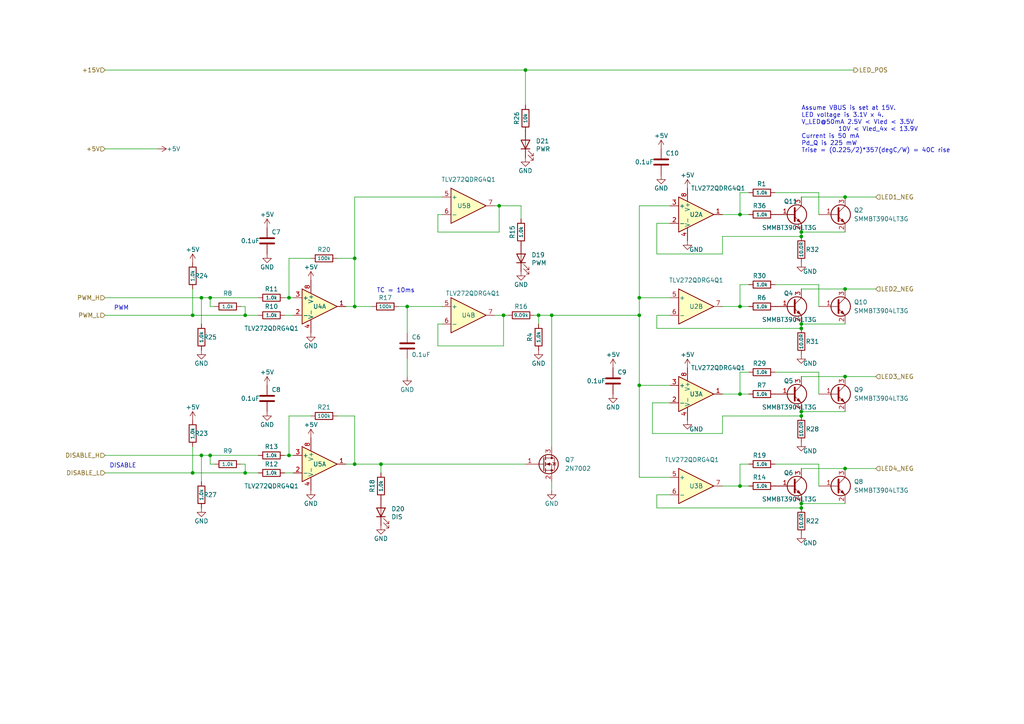
<source format=kicad_sch>
(kicad_sch (version 20211123) (generator eeschema)
  (paper "A4")
  (title_block (title "LED RING DRIVER") (date "2022-01-15") (rev "1.3") (company "SPARTAN 971"))
  (lib_symbols
    (symbol "Amplifier_Operational:LM358" (pin_names (offset 0.127))
      (property "Reference" "U" (at 0 5.08 0))
      (property "Value" "LM358" (at 0 -5.08 0))
      (symbol "LM358_1_1"
        (polyline (pts (xy -5.08 5.08) (xy 5.08 0) (xy -5.08 -5.08) (xy -5.08 5.08)) (stroke (width 0.254)) (fill (type background)))
        (pin output line (at 7.62 0 180) (length 2.54) (name "~") (number "1"))
        (pin input line (at -7.62 -2.54 0) (length 2.54) (name "-") (number "2"))
        (pin input line (at -7.62 2.54 0) (length 2.54) (name "+") (number "3"))
      )
      (symbol "LM358_2_1"
        (polyline (pts (xy -5.08 5.08) (xy 5.08 0) (xy -5.08 -5.08) (xy -5.08 5.08)) (stroke (width 0.254)) (fill (type background)))
        (pin input line (at -7.62 2.54 0) (length 2.54) (name "+") (number "5"))
        (pin input line (at -7.62 -2.54 0) (length 2.54) (name "-") (number "6"))
        (pin output line (at 7.62 0 180) (length 2.54) (name "~") (number "7"))
      )
      (symbol "LM358_3_1"
        (pin power_in line (at -2.54 -7.62 90) (length 3.81) (name "V-") (number "4"))
        (pin power_in line (at -2.54 7.62 270) (length 3.81) (name "V+") (number "8"))
      )
    )
    (symbol "Device:C" (pin_numbers hide) (pin_names (offset 0.254))
      (property "Reference" "C" (at 0.635 2.54 0))
      (property "Value" "C" (at 0.635 -2.54 0))
      (symbol "C_0_1"
        (polyline (pts (xy -2.032 -0.762) (xy 2.032 -0.762)) (stroke (width 0.508)))
        (polyline (pts (xy -2.032 0.762) (xy 2.032 0.762)) (stroke (width 0.508)))
      )
      (symbol "C_1_1"
        (pin passive line (at 0 3.81 270) (length 2.794) (name "~") (number "1"))
        (pin passive line (at 0 -3.81 90) (length 2.794) (name "~") (number "2"))
      )
    )
    (symbol "Device:LED" (pin_numbers hide) (pin_names (offset 1.016) hide)
      (property "Reference" "D" (at 0 2.54 0))
      (property "Value" "LED" (at 0 -2.54 0))
      (symbol "LED_0_1"
        (polyline (pts (xy -1.27 -1.27) (xy -1.27 1.27)) (stroke (width 0.254)))
        (polyline (pts (xy -1.27 0) (xy 1.27 0)))
        (polyline (pts (xy 1.27 -1.27) (xy 1.27 1.27) (xy -1.27 0) (xy 1.27 -1.27)) (stroke (width 0.254)))
        (polyline (pts (xy -3.048 -0.762) (xy -4.572 -2.286) (xy -3.81 -2.286) (xy -4.572 -2.286) (xy -4.572 -1.524)))
        (polyline (pts (xy -1.778 -0.762) (xy -3.302 -2.286) (xy -2.54 -2.286) (xy -3.302 -2.286) (xy -3.302 -1.524)))
      )
      (symbol "LED_1_1"
        (pin passive line (at -3.81 0 0) (length 2.54) (name "K") (number "1"))
        (pin passive line (at 3.81 0 180) (length 2.54) (name "A") (number "2"))
      )
    )
    (symbol "Device:Q_NMOS_GSD" (pin_names (offset 0) hide)
      (property "Reference" "Q" (at 5.08 1.27 0))
      (property "Value" "Q_NMOS_GSD" (at 5.08 -1.27 0))
      (symbol "Q_NMOS_GSD_0_1"
        (polyline (pts (xy 0.254 0) (xy -2.54 0)))
        (polyline (pts (xy 0.254 1.905) (xy 0.254 -1.905)) (stroke (width 0.254)))
        (polyline (pts (xy 0.762 -1.27) (xy 0.762 -2.286)) (stroke (width 0.254)))
        (polyline (pts (xy 0.762 0.508) (xy 0.762 -0.508)) (stroke (width 0.254)))
        (polyline (pts (xy 0.762 2.286) (xy 0.762 1.27)) (stroke (width 0.254)))
        (polyline (pts (xy 2.54 2.54) (xy 2.54 1.778)))
        (polyline (pts (xy 2.54 -2.54) (xy 2.54 0) (xy 0.762 0)))
        (polyline (pts (xy 0.762 -1.778) (xy 3.302 -1.778) (xy 3.302 1.778) (xy 0.762 1.778)))
        (polyline (pts (xy 1.016 0) (xy 2.032 0.381) (xy 2.032 -0.381) (xy 1.016 0)) (fill (type outline)))
        (polyline (pts (xy 2.794 0.508) (xy 2.921 0.381) (xy 3.683 0.381) (xy 3.81 0.254)))
        (polyline (pts (xy 3.302 0.381) (xy 2.921 -0.254) (xy 3.683 -0.254) (xy 3.302 0.381)))
        (circle (center 1.651 0) (radius 2.794) (stroke (width 0.254)))
        (circle (center 2.54 -1.778) (radius 0.254) (fill (type outline)))
        (circle (center 2.54 1.778) (radius 0.254) (fill (type outline)))
      )
      (symbol "Q_NMOS_GSD_1_1"
        (pin input line (at -5.08 0 0) (length 2.54) (name "G") (number "1"))
        (pin passive line (at 2.54 -5.08 90) (length 2.54) (name "S") (number "2"))
        (pin passive line (at 2.54 5.08 270) (length 2.54) (name "D") (number "3"))
      )
    )
    (symbol "Device:Q_NPN_BEC" (pin_names (offset 0) hide)
      (property "Reference" "Q" (at 5.08 1.27 0))
      (property "Value" "Q_NPN_BEC" (at 5.08 -1.27 0))
      (symbol "Q_NPN_BEC_0_1"
        (polyline (pts (xy 0.635 0.635) (xy 2.54 2.54)))
        (polyline (pts (xy 0.635 -0.635) (xy 2.54 -2.54) (xy 2.54 -2.54)))
        (polyline (pts (xy 0.635 1.905) (xy 0.635 -1.905) (xy 0.635 -1.905)) (stroke (width 0.508)))
        (polyline (pts (xy 1.27 -1.778) (xy 1.778 -1.27) (xy 2.286 -2.286) (xy 1.27 -1.778) (xy 1.27 -1.778)) (fill (type outline)))
        (circle (center 1.27 0) (radius 2.8194) (stroke (width 0.254)))
      )
      (symbol "Q_NPN_BEC_1_1"
        (pin input line (at -5.08 0 0) (length 5.715) (name "B") (number "1"))
        (pin passive line (at 2.54 -5.08 90) (length 2.54) (name "E") (number "2"))
        (pin passive line (at 2.54 5.08 270) (length 2.54) (name "C") (number "3"))
      )
    )
    (symbol "Device:R" (pin_numbers hide) (pin_names (offset 0))
      (property "Reference" "R" (at 2.032 0 90))
      (property "Value" "R" (at 0 0 90))
      (symbol "R_0_1"
        (rectangle (start -1.016 -2.54) (end 1.016 2.54) (stroke (width 0.254)))
      )
      (symbol "R_1_1"
        (pin passive line (at 0 3.81 270) (length 1.27) (name "~") (number "1"))
        (pin passive line (at 0 -3.81 90) (length 1.27) (name "~") (number "2"))
      )
    )
    (symbol "power:+5V" (power) (pin_names (offset 0))
      (property "Value" "+5V" (at 0 3.556 0))
      (symbol "+5V_0_1"
        (polyline (pts (xy -0.762 1.27) (xy 0 2.54)))
        (polyline (pts (xy 0 0) (xy 0 2.54)))
        (polyline (pts (xy 0 2.54) (xy 0.762 1.27)))
      )
      (symbol "+5V_1_1"
        (pin power_in line (at 0 0 90) (length 0) hide (name "+5V") (number "1"))
      )
    )
    (symbol "power:GND" (power) (pin_names (offset 0))
      (property "Value" "GND" (at 0 -3.81 0))
      (symbol "GND_0_1"
        (polyline (pts (xy 0 0) (xy 0 -1.27) (xy 1.27 -1.27) (xy 0 -2.54) (xy -1.27 -1.27) (xy 0 -1.27)))
      )
      (symbol "GND_1_1"
        (pin power_in line (at 0 0 270) (length 0) hide (name "GND") (number "1"))
      )
    )
  )
  (junction (at 245.11 109.22))
  (junction (at 156.21 91.44))
  (junction (at 55.88 91.44))
  (junction (at 214.63 114.3))
  (junction (at 232.41 147.32))
  (junction (at 245.11 57.15))
  (junction (at 110.49 134.62))
  (junction (at 232.41 120.65))
  (junction (at 83.82 86.36))
  (junction (at 102.87 74.93))
  (junction (at 232.41 93.98))
  (junction (at 144.78 59.69))
  (junction (at 185.42 111.76))
  (junction (at 102.87 88.9))
  (junction (at 214.63 88.9))
  (junction (at 71.12 91.44))
  (junction (at 185.42 86.36))
  (junction (at 160.02 91.44))
  (junction (at 232.41 146.05))
  (junction (at 55.88 137.16))
  (junction (at 232.41 95.25))
  (junction (at 71.12 137.16))
  (junction (at 214.63 62.23))
  (junction (at 185.42 91.44))
  (junction (at 102.87 134.62))
  (junction (at 232.41 68.58))
  (junction (at 152.4 20.32))
  (junction (at 83.82 132.08))
  (junction (at 58.42 132.08))
  (junction (at 232.41 67.31))
  (junction (at 232.41 119.38))
  (junction (at 118.11 88.9))
  (junction (at 245.11 135.89))
  (junction (at 58.42 86.36))
  (junction (at 146.05 91.44))
  (junction (at 214.63 140.97))
  (junction (at 245.11 83.82))
  (junction (at 60.96 132.08))
  (junction (at 60.96 86.36))
  (wire (pts (xy 118.11 88.9) (xy 118.11 96.52)))
  (wire (pts (xy 71.12 134.62) (xy 71.12 137.16)))
  (wire (pts (xy 232.41 119.38) (xy 245.11 119.38)))
  (wire (pts (xy 224.79 82.55) (xy 237.49 82.55)))
  (wire (pts (xy 55.88 137.16) (xy 71.12 137.16)))
  (wire (pts (xy 209.55 73.66) (xy 190.5 73.66)))
  (wire (pts (xy 232.41 93.98) (xy 232.41 95.25)))
  (wire (pts (xy 190.5 143.51) (xy 190.5 147.32)))
  (wire (pts (xy 146.05 91.44) (xy 143.51 91.44)))
  (wire (pts (xy 190.5 73.66) (xy 190.5 64.77)))
  (wire (pts (xy 245.11 135.89) (xy 254 135.89)))
  (wire (pts (xy 127 93.98) (xy 127 100.33)))
  (wire (pts (xy 185.42 59.69) (xy 194.31 59.69)))
  (wire (pts (xy 55.88 91.44) (xy 71.12 91.44)))
  (wire (pts (xy 127 62.23) (xy 127 67.31)))
  (wire (pts (xy 209.55 140.97) (xy 214.63 140.97)))
  (wire (pts (xy 237.49 62.23) (xy 237.49 55.88)))
  (wire (pts (xy 143.51 59.69) (xy 144.78 59.69)))
  (wire (pts (xy 127 67.31) (xy 144.78 67.31)))
  (wire (pts (xy 214.63 88.9) (xy 217.17 88.9)))
  (wire (pts (xy 82.55 86.36) (xy 83.82 86.36)))
  (wire (pts (xy 60.96 86.36) (xy 60.96 88.9)))
  (wire (pts (xy 232.41 67.31) (xy 245.11 67.31)))
  (wire (pts (xy 60.96 86.36) (xy 74.93 86.36)))
  (wire (pts (xy 127 93.98) (xy 128.27 93.98)))
  (wire (pts (xy 217.17 134.62) (xy 214.63 134.62)))
  (wire (pts (xy 160.02 91.44) (xy 160.02 129.54)))
  (wire (pts (xy 214.63 134.62) (xy 214.63 140.97)))
  (wire (pts (xy 102.87 57.15) (xy 102.87 74.93)))
  (wire (pts (xy 128.27 88.9) (xy 118.11 88.9)))
  (wire (pts (xy 128.27 62.23) (xy 127 62.23)))
  (wire (pts (xy 156.21 91.44) (xy 156.21 93.98)))
  (wire (pts (xy 245.11 57.15) (xy 254 57.15)))
  (wire (pts (xy 194.31 143.51) (xy 190.5 143.51)))
  (wire (pts (xy 58.42 86.36) (xy 58.42 93.98)))
  (wire (pts (xy 69.85 134.62) (xy 71.12 134.62)))
  (wire (pts (xy 209.55 62.23) (xy 214.63 62.23)))
  (wire (pts (xy 144.78 59.69) (xy 144.78 67.31)))
  (wire (pts (xy 237.49 114.3) (xy 237.49 107.95)))
  (wire (pts (xy 245.11 109.22) (xy 254 109.22)))
  (wire (pts (xy 71.12 91.44) (xy 71.12 88.9)))
  (wire (pts (xy 209.55 88.9) (xy 214.63 88.9)))
  (wire (pts (xy 237.49 88.9) (xy 237.49 82.55)))
  (wire (pts (xy 217.17 55.88) (xy 214.63 55.88)))
  (wire (pts (xy 30.48 20.32) (xy 152.4 20.32)))
  (wire (pts (xy 62.23 88.9) (xy 60.96 88.9)))
  (wire (pts (xy 209.55 68.58) (xy 209.55 73.66)))
  (wire (pts (xy 30.48 43.18) (xy 45.72 43.18)))
  (wire (pts (xy 83.82 132.08) (xy 85.09 132.08)))
  (wire (pts (xy 245.11 83.82) (xy 254 83.82)))
  (wire (pts (xy 30.48 137.16) (xy 55.88 137.16)))
  (wire (pts (xy 90.17 74.93) (xy 83.82 74.93)))
  (wire (pts (xy 146.05 91.44) (xy 147.32 91.44)))
  (wire (pts (xy 55.88 83.82) (xy 55.88 91.44)))
  (wire (pts (xy 189.23 125.73) (xy 189.23 116.84)))
  (wire (pts (xy 97.79 120.65) (xy 102.87 120.65)))
  (wire (pts (xy 232.41 135.89) (xy 245.11 135.89)))
  (wire (pts (xy 82.55 91.44) (xy 85.09 91.44)))
  (wire (pts (xy 160.02 139.7) (xy 160.02 142.24)))
  (wire (pts (xy 189.23 116.84) (xy 194.31 116.84)))
  (wire (pts (xy 90.17 120.65) (xy 83.82 120.65)))
  (wire (pts (xy 144.78 59.69) (xy 151.13 59.69)))
  (wire (pts (xy 152.4 20.32) (xy 247.65 20.32)))
  (wire (pts (xy 224.79 55.88) (xy 237.49 55.88)))
  (wire (pts (xy 190.5 147.32) (xy 232.41 147.32)))
  (wire (pts (xy 224.79 107.95) (xy 237.49 107.95)))
  (wire (pts (xy 209.55 120.65) (xy 232.41 120.65)))
  (wire (pts (xy 214.63 107.95) (xy 214.63 114.3)))
  (wire (pts (xy 232.41 57.15) (xy 245.11 57.15)))
  (wire (pts (xy 232.41 67.31) (xy 232.41 68.58)))
  (wire (pts (xy 190.5 64.77) (xy 194.31 64.77)))
  (wire (pts (xy 110.49 134.62) (xy 110.49 137.16)))
  (wire (pts (xy 97.79 74.93) (xy 102.87 74.93)))
  (wire (pts (xy 83.82 120.65) (xy 83.82 132.08)))
  (wire (pts (xy 209.55 114.3) (xy 214.63 114.3)))
  (wire (pts (xy 214.63 82.55) (xy 214.63 88.9)))
  (wire (pts (xy 194.31 91.44) (xy 190.5 91.44)))
  (wire (pts (xy 69.85 88.9) (xy 71.12 88.9)))
  (wire (pts (xy 232.41 146.05) (xy 232.41 147.32)))
  (wire (pts (xy 62.23 134.62) (xy 60.96 134.62)))
  (wire (pts (xy 58.42 86.36) (xy 60.96 86.36)))
  (wire (pts (xy 214.63 62.23) (xy 217.17 62.23)))
  (wire (pts (xy 100.33 88.9) (xy 102.87 88.9)))
  (wire (pts (xy 60.96 132.08) (xy 74.93 132.08)))
  (wire (pts (xy 71.12 91.44) (xy 74.93 91.44)))
  (wire (pts (xy 185.42 111.76) (xy 194.31 111.76)))
  (wire (pts (xy 127 100.33) (xy 146.05 100.33)))
  (wire (pts (xy 190.5 95.25) (xy 232.41 95.25)))
  (wire (pts (xy 60.96 132.08) (xy 60.96 134.62)))
  (wire (pts (xy 232.41 146.05) (xy 245.11 146.05)))
  (wire (pts (xy 237.49 140.97) (xy 237.49 134.62)))
  (wire (pts (xy 30.48 91.44) (xy 55.88 91.44)))
  (wire (pts (xy 214.63 114.3) (xy 217.17 114.3)))
  (wire (pts (xy 58.42 139.7) (xy 58.42 132.08)))
  (wire (pts (xy 190.5 91.44) (xy 190.5 95.25)))
  (wire (pts (xy 146.05 91.44) (xy 146.05 100.33)))
  (wire (pts (xy 128.27 57.15) (xy 102.87 57.15)))
  (wire (pts (xy 217.17 82.55) (xy 214.63 82.55)))
  (wire (pts (xy 214.63 55.88) (xy 214.63 62.23)))
  (wire (pts (xy 232.41 68.58) (xy 209.55 68.58)))
  (wire (pts (xy 55.88 129.54) (xy 55.88 137.16)))
  (wire (pts (xy 214.63 140.97) (xy 217.17 140.97)))
  (wire (pts (xy 160.02 91.44) (xy 185.42 91.44)))
  (wire (pts (xy 224.79 134.62) (xy 237.49 134.62)))
  (wire (pts (xy 156.21 91.44) (xy 160.02 91.44)))
  (wire (pts (xy 209.55 125.73) (xy 209.55 120.65)))
  (wire (pts (xy 82.55 132.08) (xy 83.82 132.08)))
  (wire (pts (xy 83.82 74.93) (xy 83.82 86.36)))
  (wire (pts (xy 185.42 111.76) (xy 185.42 138.43)))
  (wire (pts (xy 102.87 88.9) (xy 107.95 88.9)))
  (wire (pts (xy 102.87 134.62) (xy 110.49 134.62)))
  (wire (pts (xy 189.23 125.73) (xy 209.55 125.73)))
  (wire (pts (xy 30.48 86.36) (xy 58.42 86.36)))
  (wire (pts (xy 102.87 120.65) (xy 102.87 134.62)))
  (wire (pts (xy 232.41 83.82) (xy 245.11 83.82)))
  (wire (pts (xy 100.33 134.62) (xy 102.87 134.62)))
  (wire (pts (xy 185.42 138.43) (xy 194.31 138.43)))
  (wire (pts (xy 185.42 91.44) (xy 185.42 111.76)))
  (wire (pts (xy 232.41 109.22) (xy 245.11 109.22)))
  (wire (pts (xy 185.42 59.69) (xy 185.42 86.36)))
  (wire (pts (xy 71.12 137.16) (xy 74.93 137.16)))
  (wire (pts (xy 102.87 74.93) (xy 102.87 88.9)))
  (wire (pts (xy 154.94 91.44) (xy 156.21 91.44)))
  (wire (pts (xy 232.41 93.98) (xy 245.11 93.98)))
  (wire (pts (xy 151.13 63.5) (xy 151.13 59.69)))
  (wire (pts (xy 30.48 132.08) (xy 58.42 132.08)))
  (wire (pts (xy 82.55 137.16) (xy 85.09 137.16)))
  (wire (pts (xy 185.42 86.36) (xy 185.42 91.44)))
  (wire (pts (xy 58.42 132.08) (xy 60.96 132.08)))
  (wire (pts (xy 83.82 86.36) (xy 85.09 86.36)))
  (wire (pts (xy 115.57 88.9) (xy 118.11 88.9)))
  (wire (pts (xy 118.11 104.14) (xy 118.11 109.22)))
  (wire (pts (xy 217.17 107.95) (xy 214.63 107.95)))
  (wire (pts (xy 232.41 119.38) (xy 232.41 120.65)))
  (wire (pts (xy 152.4 20.32) (xy 152.4 30.48)))
  (wire (pts (xy 185.42 86.36) (xy 194.31 86.36)))
  (wire (pts (xy 110.49 134.62) (xy 152.4 134.62)))
  (text "DISABLE" (at 31.75 135.89 0) (effects (font (size 1.27 1.27)) (justify left bottom)))
  (text "TC = 10ms" (at 109.22 85.09 0) (effects (font (size 1.27 1.27)) (justify left bottom)))
  (text "PWM" (at 33.02 90.17 0) (effects (font (size 1.27 1.27)) (justify left bottom)))
  (text "Assume VBUS is set at 15V. \nLED voltage is 3.1V x 4.\nV_LED@50mA 2.5V < Vled < 3.5V\n           10V < Vled_4x < 13.9V\nCurrent is 50 mA\nPd_Q is 225 mW\nTrise = (0.225/2)*357(degC/W) = 40C rise" (at 232.41 44.45 0) (effects (font (size 1.27 1.27)) (justify left bottom)))
  (hierarchical_label "DISABLE_L" (shape input) (at 30.48 137.16 180))
  (hierarchical_label "PWM_L" (shape input) (at 30.48 91.44 180))
  (hierarchical_label "PWM_H" (shape input) (at 30.48 86.36 180))
  (hierarchical_label "DISABLE_H" (shape input) (at 30.48 132.08 180))
  (hierarchical_label "LED2_NEG" (shape input) (at 254 83.82 0))
  (hierarchical_label "LED4_NEG" (shape input) (at 254 135.89 0))
  (hierarchical_label "LED1_NEG" (shape input) (at 254 57.15 0))
  (hierarchical_label "LED3_NEG" (shape input) (at 254 109.22 0))
  (hierarchical_label "+15V" (shape input) (at 30.48 20.32 180))
  (hierarchical_label "LED_POS" (shape output) (at 247.65 20.32 0))
  (hierarchical_label "+5V" (shape input) (at 30.48 43.18 180))
  (symbol (lib_id "power:+5V") (at 199.39 106.68 0) (unit 1)
    (property "Reference" "#PWR0108" (effects hide))
    (property "Value" "+5V" (at 199.39 102.87 0))
  )
  (symbol (lib_id "Device:Q_NPN_BEC") (at 229.87 114.3 0) (unit 1)
    (property "Reference" "Q5" (at 227.33 110.49 0) (effects (justify left)))
    (property "Value" "SMMBT3904LT3G" (at 220.98 118.11 0) (effects (justify left)))
    (property "Footprint" "Package_TO_SOT_SMD:SOT-23" (effects hide))
    (property "Datasheet" "https://www.onsemi.com/pdf/datasheet/mmbt3904lt1-d.pdf" (effects hide))
    (property "MFG" "onsemi" (effects hide))
    (property "P/N" "SMMBT3904LT3G" (effects hide))
  )
  (symbol (lib_id "Amplifier_Operational:LM358") (at 135.89 59.69 0) (unit 2)
    (property "Reference" "U5" (at 134.62 59.69 0))
    (property "Value" "TLV272QDRG4Q1" (at 135.89 52.07 0))
    (property "Footprint" "Package_SO:SO-8_3.9x4.9mm_P1.27mm" (effects hide))
    (property "Datasheet" "https://www.ti.com/lit/ds/symlink/tlv272-q1.pdf?HQS=dis-dk-null-digikeymode-dsf-pf-null-wwe&ts=1642359927314&ref_url=https%253A%252F%252Fwww.ti.com%252Fgeneral%252Fdocs%252Fsuppproductinfo.tsp%253FdistId%253D10%2526gotoUrl%253Dhttps%253A%252F%252Fwww.ti.com%252Flit%252Fgpn%252Ftlv272-q1" (effects hide))
    (property "P/N" "TLV272QDRG4Q1" (effects hide))
    (property "MFG" "Texas Instruments" (effects hide))
  )
  (symbol (lib_id "Amplifier_Operational:LM358") (at 92.71 88.9 0) (unit 1)
    (property "Reference" "U4" (at 92.71 88.9 0))
    (property "Value" "TLV272QDRG4Q1" (at 78.74 95.25 0))
    (property "Footprint" "Package_SO:SO-8_3.9x4.9mm_P1.27mm" (effects hide))
    (property "Datasheet" "https://www.ti.com/lit/ds/symlink/tlv272-q1.pdf?HQS=dis-dk-null-digikeymode-dsf-pf-null-wwe&ts=1642359927314&ref_url=https%253A%252F%252Fwww.ti.com%252Fgeneral%252Fdocs%252Fsuppproductinfo.tsp%253FdistId%253D10%2526gotoUrl%253Dhttps%253A%252F%252Fwww.ti.com%252Flit%252Fgpn%252Ftlv272-q1" (effects hide))
    (property "P/N" "TLV272QDRG4Q1" (effects hide))
    (property "MFG" "Texas Instruments" (effects hide))
  )
  (symbol (lib_id "Amplifier_Operational:LM358") (at 92.71 134.62 0) (unit 3)
    (property "Reference" "U5" (effects hide))
    (property "Value" "TLV272QDRG4Q1" (effects hide))
    (property "Footprint" "Package_SO:SO-8_3.9x4.9mm_P1.27mm" (effects hide))
    (property "Datasheet" "https://www.ti.com/lit/ds/symlink/tlv272-q1.pdf?HQS=dis-dk-null-digikeymode-dsf-pf-null-wwe&ts=1642359927314&ref_url=https%253A%252F%252Fwww.ti.com%252Fgeneral%252Fdocs%252Fsuppproductinfo.tsp%253FdistId%253D10%2526gotoUrl%253Dhttps%253A%252F%252Fwww.ti.com%252Flit%252Fgpn%252Ftlv272-q1" (effects hide))
    (property "P/N" "TLV272QDRG4Q1" (effects hide))
    (property "MFG" "Texas Instruments" (effects hide))
  )
  (symbol (lib_id "Amplifier_Operational:LM358") (at 135.89 91.44 0) (unit 2)
    (property "Reference" "U4" (at 135.89 91.44 0))
    (property "Value" "TLV272QDRG4Q1" (at 137.16 85.09 0))
    (property "Footprint" "Package_SO:SO-8_3.9x4.9mm_P1.27mm" (effects hide))
    (property "Datasheet" "https://www.ti.com/lit/ds/symlink/tlv272-q1.pdf?HQS=dis-dk-null-digikeymode-dsf-pf-null-wwe&ts=1642359927314&ref_url=https%253A%252F%252Fwww.ti.com%252Fgeneral%252Fdocs%252Fsuppproductinfo.tsp%253FdistId%253D10%2526gotoUrl%253Dhttps%253A%252F%252Fwww.ti.com%252Flit%252Fgpn%252Ftlv272-q1" (effects hide))
    (property "P/N" "TLV272QDRG4Q1" (effects hide))
    (property "MFG" "Texas Instruments" (effects hide))
  )
  (symbol (lib_id "Amplifier_Operational:LM358") (at 201.93 62.23 0) (unit 3)
    (property "Reference" "U2" (effects hide))
    (property "Value" "TLV272QDRG4Q1" (effects hide))
    (property "Footprint" "Package_SO:SO-8_3.9x4.9mm_P1.27mm" (effects hide))
    (property "Datasheet" "https://www.ti.com/lit/ds/symlink/tlv272-q1.pdf?HQS=dis-dk-null-digikeymode-dsf-pf-null-wwe&ts=1642359927314&ref_url=https%253A%252F%252Fwww.ti.com%252Fgeneral%252Fdocs%252Fsuppproductinfo.tsp%253FdistId%253D10%2526gotoUrl%253Dhttps%253A%252F%252Fwww.ti.com%252Flit%252Fgpn%252Ftlv272-q1" (effects hide))
    (property "P/N" "TLV272QDRG4Q1" (effects hide))
    (property "MFG" "Texas Instruments" (effects hide))
  )
  (symbol (lib_id "Device:C") (at 118.11 100.33 0) (unit 1)
    (property "Reference" "C6" (at 119.38 97.79 0) (effects (justify left)))
    (property "Value" "0.1uF" (at 119.38 102.87 0) (effects (justify left)))
    (property "Footprint" "Capacitor_SMD:C_0805_2012Metric" (effects hide))
    (property "MFG" "TDK" (effects hide))
    (property "P/N" "C2012X7R2A104K125AA" (effects hide))
  )
  (symbol (lib_id "Device:R") (at 58.42 97.79 0) (unit 1)
    (property "Reference" "R25" (at 60.96 97.79 0))
    (property "Value" "1.0k" (at 58.42 97.79 90) (effects (font (size 1 1))))
    (property "Footprint" "Resistor_SMD:R_0805_2012Metric" (effects hide))
    (property "MFG" "Stackpole Electronics Inc" (effects hide))
    (property "P/N" "RMCF0805FT1K00" (effects hide))
  )
  (symbol (lib_id "power:+5V") (at 90.17 81.28 0) (unit 1)
    (property "Reference" "#PWR0103" (effects hide))
    (property "Value" "+5V" (at 90.17 77.47 0))
  )
  (symbol (lib_id "power:+5V") (at 177.8 106.68 0) (unit 1)
    (property "Reference" "#PWR0109" (effects hide))
    (property "Value" "+5V" (at 177.8 102.87 0))
  )
  (symbol (lib_id "Device:R") (at 66.04 88.9 90) (unit 1)
    (property "Reference" "R8" (at 66.04 85.09 90))
    (property "Value" "1.0k" (at 66.04 88.9 90) (effects (font (size 1 1))))
    (property "Footprint" "Resistor_SMD:R_0805_2012Metric" (effects hide))
    (property "MFG" "Stackpole Electronics Inc" (effects hide))
    (property "P/N" "RMCF0805FT1K00" (effects hide))
  )
  (symbol (lib_id "Amplifier_Operational:LM358") (at 92.71 88.9 0) (unit 3)
    (property "Reference" "U4" (effects hide))
    (property "Value" "TLV272QDRG4Q1" (effects hide))
    (property "Footprint" "Package_SO:SO-8_3.9x4.9mm_P1.27mm" (effects hide))
    (property "Datasheet" "https://www.ti.com/lit/ds/symlink/tlv272-q1.pdf?HQS=dis-dk-null-digikeymode-dsf-pf-null-wwe&ts=1642359927314&ref_url=https%253A%252F%252Fwww.ti.com%252Fgeneral%252Fdocs%252Fsuppproductinfo.tsp%253FdistId%253D10%2526gotoUrl%253Dhttps%253A%252F%252Fwww.ti.com%252Flit%252Fgpn%252Ftlv272-q1" (effects hide))
    (property "P/N" "TLV272QDRG4Q1" (effects hide))
    (property "MFG" "Texas Instruments" (effects hide))
  )
  (symbol (lib_id "Device:Q_NPN_BEC") (at 229.87 88.9 0) (unit 1)
    (property "Reference" "Q4" (at 227.33 85.09 0) (effects (justify left)))
    (property "Value" "SMMBT3904LT3G" (at 220.98 92.71 0) (effects (justify left)))
    (property "Footprint" "Package_TO_SOT_SMD:SOT-23" (effects hide))
    (property "Datasheet" "https://www.onsemi.com/pdf/datasheet/mmbt3904lt1-d.pdf" (effects hide))
    (property "MFG" "onsemi" (effects hide))
    (property "P/N" "SMMBT3904LT3G" (effects hide))
  )
  (symbol (lib_id "power:GND") (at 232.41 128.27 0) (unit 1)
    (property "Reference" "#PWR046" (effects hide))
    (property "Value" "GND" (at 234.95 130.81 0))
  )
  (symbol (lib_id "power:GND") (at 232.41 76.2 0) (unit 1)
    (property "Reference" "#PWR044" (effects hide))
    (property "Value" "GND" (at 234.95 78.74 0))
  )
  (symbol (lib_id "power:+5V") (at 191.77 43.18 0) (unit 1)
    (property "Reference" "#PWR0110" (effects hide))
    (property "Value" "+5V" (at 191.77 39.37 0))
  )
  (symbol (lib_id "Device:Q_NMOS_GSD") (at 157.48 134.62 0) (unit 1)
    (property "Reference" "Q7" (at 163.83 133.3499 0) (effects (justify left)))
    (property "Value" "2N7002" (at 163.83 135.8899 0) (effects (justify left)))
    (property "Footprint" "Package_TO_SOT_SMD:SOT-23" (effects hide))
    (property "Datasheet" "https://ww1.microchip.com/downloads/en/DeviceDoc/2N7002-N-Channel-Enhancement-Mode-Vertical-DMOS-FET-Data-Sheet-20005797A.pdf" (effects hide))
    (property "MFG" "Microchip" (effects hide))
    (property "P/N" "2N7002-G" (effects hide))
  )
  (symbol (lib_id "Device:Q_NPN_BEC") (at 242.57 140.97 0) (unit 1)
    (property "Reference" "Q8" (at 247.65 139.6999 0) (effects (justify left)))
    (property "Value" "SMMBT3904LT3G" (at 247.65 142.2399 0) (effects (justify left)))
    (property "Footprint" "Package_TO_SOT_SMD:SOT-23" (effects hide))
    (property "Datasheet" "https://www.onsemi.com/pdf/datasheet/mmbt3904lt1-d.pdf" (effects hide))
    (property "MFG" "onsemi" (effects hide))
    (property "P/N" "SMMBT3904LT3G" (effects hide))
  )
  (symbol (lib_id "Device:R") (at 66.04 134.62 90) (unit 1)
    (property "Reference" "R9" (at 66.04 130.81 90))
    (property "Value" "1.0k" (at 66.04 134.62 90) (effects (font (size 1 1))))
    (property "Footprint" "Resistor_SMD:R_0805_2012Metric" (effects hide))
    (property "MFG" "Stackpole Electronics Inc" (effects hide))
    (property "P/N" "RMCF0805FT1K00" (effects hide))
  )
  (symbol (lib_id "Device:C") (at 177.8 110.49 0) (unit 1)
    (property "Reference" "C9" (at 179.07 107.95 0) (effects (justify left)))
    (property "Value" "0.1uF" (at 170.18 110.49 0) (effects (justify left)))
    (property "Footprint" "Capacitor_SMD:C_0805_2012Metric" (effects hide))
    (property "MFG" "TDK" (effects hide))
    (property "P/N" "C2012X7R2A104K125AA" (effects hide))
  )
  (symbol (lib_id "Device:R") (at 78.74 86.36 90) (unit 1)
    (property "Reference" "R11" (at 78.74 83.82 90))
    (property "Value" "1.0k" (at 78.74 86.36 90) (effects (font (size 1 1))))
    (property "Footprint" "Resistor_SMD:R_0805_2012Metric" (effects hide))
    (property "MFG" "Stackpole Electronics Inc" (effects hide))
    (property "P/N" "RMCF0805FT1K00" (effects hide))
  )
  (symbol (lib_id "Device:LED") (at 110.49 148.59 90) (unit 1)
    (property "Reference" "D20" (at 113.4872 147.5994 90) (effects (justify right)))
    (property "Value" "DIS" (at 113.4872 149.9108 90) (effects (justify right)))
    (property "Footprint" "LED_SMD:LED_1206_3216Metric" (effects hide))
    (property "P/N" "150120RS75000" (effects hide))
    (property "MFG" "Wurth Elektronik" (effects hide))
  )
  (symbol (lib_id "power:GND") (at 160.02 142.24 0) (unit 1)
    (property "Reference" "#PWR035" (effects hide))
    (property "Value" "GND" (at 160.02 146.05 0))
  )
  (symbol (lib_id "power:+5V") (at 77.47 111.76 0) (unit 1)
    (property "Reference" "#PWR0101" (effects hide))
    (property "Value" "+5V" (at 77.47 107.95 0))
  )
  (symbol (lib_id "power:GND") (at 58.42 147.32 0) (unit 1)
    (property "Reference" "#PWR020" (effects hide))
    (property "Value" "GND" (at 58.42 151.13 0))
  )
  (symbol (lib_id "Device:R") (at 55.88 80.01 0) (unit 1)
    (property "Reference" "R24" (at 58.42 80.01 0))
    (property "Value" "1.0k" (at 55.88 80.01 90) (effects (font (size 1 1))))
    (property "Footprint" "Resistor_SMD:R_0805_2012Metric" (effects hide))
    (property "MFG" "Stackpole Electronics Inc" (effects hide))
    (property "P/N" "RMCF0805FT1K00" (effects hide))
  )
  (symbol (lib_id "power:GND") (at 58.42 101.6 0) (unit 1)
    (property "Reference" "#PWR019" (effects hide))
    (property "Value" "GND" (at 58.42 105.41 0))
  )
  (symbol (lib_id "Device:R") (at 151.13 91.44 90) (unit 1)
    (property "Reference" "R16" (at 151.13 88.9 90))
    (property "Value" "9.09k" (at 151.13 91.44 90) (effects (font (size 1 1))))
    (property "Footprint" "Resistor_SMD:R_0805_2012Metric" (effects hide))
    (property "MFG" "Stackpole Electronics Inc" (effects hide))
    (property "P/N" "RMCF0805FG9K09" (effects hide))
  )
  (symbol (lib_id "Amplifier_Operational:LM358") (at 92.71 134.62 0) (unit 1)
    (property "Reference" "U5" (at 92.71 134.62 0))
    (property "Value" "TLV272QDRG4Q1" (at 78.74 140.97 0))
    (property "Footprint" "Package_SO:SO-8_3.9x4.9mm_P1.27mm" (effects hide))
    (property "Datasheet" "https://www.ti.com/lit/ds/symlink/tlv272-q1.pdf?HQS=dis-dk-null-digikeymode-dsf-pf-null-wwe&ts=1642359927314&ref_url=https%253A%252F%252Fwww.ti.com%252Fgeneral%252Fdocs%252Fsuppproductinfo.tsp%253FdistId%253D10%2526gotoUrl%253Dhttps%253A%252F%252Fwww.ti.com%252Flit%252Fgpn%252Ftlv272-q1" (effects hide))
    (property "P/N" "TLV272QDRG4Q1" (effects hide))
    (property "MFG" "Texas Instruments" (effects hide))
  )
  (symbol (lib_id "Device:R") (at 220.98 114.3 90) (unit 1)
    (property "Reference" "R7" (at 222.25 111.76 90) (effects (justify left)))
    (property "Value" "1.0k" (at 220.98 114.3 90) (effects (font (size 1 1))))
    (property "Footprint" "Resistor_SMD:R_0805_2012Metric" (effects hide))
    (property "MFG" "Stackpole Electronics" (effects hide))
    (property "P/N" "RMCF0805FT1K00" (effects hide))
  )
  (symbol (lib_id "Amplifier_Operational:LM358") (at 201.93 62.23 0) (unit 1)
    (property "Reference" "U2" (at 201.93 62.23 0))
    (property "Value" "TLV272QDRG4Q1" (at 208.28 54.61 0))
    (property "Footprint" "Package_SO:SO-8_3.9x4.9mm_P1.27mm" (effects hide))
    (property "Datasheet" "https://www.ti.com/lit/ds/symlink/tlv272-q1.pdf?HQS=dis-dk-null-digikeymode-dsf-pf-null-wwe&ts=1642359927314&ref_url=https%253A%252F%252Fwww.ti.com%252Fgeneral%252Fdocs%252Fsuppproductinfo.tsp%253FdistId%253D10%2526gotoUrl%253Dhttps%253A%252F%252Fwww.ti.com%252Flit%252Fgpn%252Ftlv272-q1" (effects hide))
    (property "P/N" "TLV272QDRG4Q1" (effects hide))
    (property "MFG" "Texas Instruments" (effects hide))
  )
  (symbol (lib_id "Device:R") (at 78.74 137.16 90) (unit 1)
    (property "Reference" "R12" (at 78.74 134.62 90))
    (property "Value" "1.0k" (at 78.74 137.16 90) (effects (font (size 1 1))))
    (property "Footprint" "Resistor_SMD:R_0805_2012Metric" (effects hide))
    (property "MFG" "Stackpole Electronics Inc" (effects hide))
    (property "P/N" "RMCF0805FT1K00" (effects hide))
  )
  (symbol (lib_id "Device:R") (at 220.98 55.88 90) (unit 1)
    (property "Reference" "R1" (at 222.25 53.34 90) (effects (justify left)))
    (property "Value" "1.0k" (at 220.98 55.88 90) (effects (font (size 1 1))))
    (property "Footprint" "Resistor_SMD:R_0805_2012Metric" (effects hide))
    (property "MFG" "Stackpole Electronics" (effects hide))
    (property "P/N" "RMCF0805FT1K00" (effects hide))
  )
  (symbol (lib_id "Device:R") (at 110.49 140.97 180) (unit 1)
    (property "Reference" "R18" (at 107.95 140.97 90))
    (property "Value" "1.0k" (at 110.49 140.97 90) (effects (font (size 1 1))))
    (property "Footprint" "Resistor_SMD:R_0805_2012Metric" (effects hide))
    (property "MFG" "Stackpole Electronics Inc" (effects hide))
    (property "P/N" "RMCF0805FT1K00" (effects hide))
  )
  (symbol (lib_id "Device:R") (at 220.98 82.55 90) (unit 1)
    (property "Reference" "R30" (at 222.25 80.01 90) (effects (justify left)))
    (property "Value" "1.0k" (at 220.98 82.55 90) (effects (font (size 1 1))))
    (property "Footprint" "Resistor_SMD:R_0805_2012Metric" (effects hide))
    (property "MFG" "Stackpole Electronics" (effects hide))
    (property "P/N" "RMCF0805FT1K00" (effects hide))
  )
  (symbol (lib_id "Device:R") (at 220.98 140.97 90) (unit 1)
    (property "Reference" "R14" (at 222.25 138.43 90) (effects (justify left)))
    (property "Value" "1.0k" (at 220.98 140.97 90) (effects (font (size 1 1))))
    (property "Footprint" "Resistor_SMD:R_0805_2012Metric" (effects hide))
    (property "MFG" "Stackpole Electronics" (effects hide))
    (property "P/N" "RMCF0805FT1K00" (effects hide))
  )
  (symbol (lib_id "power:GND") (at 232.41 102.87 0) (unit 1)
    (property "Reference" "#PWR045" (effects hide))
    (property "Value" "GND" (at 234.95 105.41 0))
  )
  (symbol (lib_id "power:GND") (at 199.39 69.85 0) (unit 1)
    (property "Reference" "#PWR041" (effects hide))
    (property "Value" "GND" (at 201.93 72.39 0))
  )
  (symbol (lib_id "Device:R") (at 93.98 74.93 90) (unit 1)
    (property "Reference" "R20" (at 93.98 72.39 90))
    (property "Value" "100k" (at 93.98 74.93 90) (effects (font (size 1 1))))
    (property "Footprint" "Resistor_SMD:R_0805_2012Metric" (effects hide))
    (property "MFG" "Stackpole Electronics Inc" (effects hide))
    (property "P/N" "RMCF0805FG100K" (effects hide))
  )
  (symbol (lib_id "Device:Q_NPN_BEC") (at 242.57 88.9 0) (unit 1)
    (property "Reference" "Q10" (at 247.65 87.6299 0) (effects (justify left)))
    (property "Value" "SMMBT3904LT3G" (at 247.65 90.1699 0) (effects (justify left)))
    (property "Footprint" "Package_TO_SOT_SMD:SOT-23" (effects hide))
    (property "Datasheet" "https://www.onsemi.com/pdf/datasheet/mmbt3904lt1-d.pdf" (effects hide))
    (property "MFG" "onsemi" (effects hide))
    (property "P/N" "SMMBT3904LT3G" (effects hide))
  )
  (symbol (lib_id "Amplifier_Operational:LM358") (at 201.93 114.3 0) (unit 1)
    (property "Reference" "U3" (at 201.93 114.3 0))
    (property "Value" "TLV272QDRG4Q1" (at 208.28 106.68 0))
    (property "Footprint" "Package_SO:SO-8_3.9x4.9mm_P1.27mm" (effects hide))
    (property "Datasheet" "https://www.ti.com/lit/ds/symlink/tlv272-q1.pdf?HQS=dis-dk-null-digikeymode-dsf-pf-null-wwe&ts=1642359927314&ref_url=https%253A%252F%252Fwww.ti.com%252Fgeneral%252Fdocs%252Fsuppproductinfo.tsp%253FdistId%253D10%2526gotoUrl%253Dhttps%253A%252F%252Fwww.ti.com%252Flit%252Fgpn%252Ftlv272-q1" (effects hide))
    (property "P/N" "TLV272QDRG4Q1" (effects hide))
    (property "MFG" "Texas Instruments" (effects hide))
  )
  (symbol (lib_id "power:GND") (at 151.13 78.74 0) (unit 1)
    (property "Reference" "#PWR030" (effects hide))
    (property "Value" "GND" (at 151.13 82.55 0))
  )
  (symbol (lib_id "power:+5V") (at 55.88 121.92 0) (unit 1)
    (property "Reference" "#PWR0102" (effects hide))
    (property "Value" "+5V" (at 55.88 118.11 0))
  )
  (symbol (lib_id "power:GND") (at 152.4 45.72 0) (unit 1)
    (property "Reference" "#PWR033" (effects hide))
    (property "Value" "GND" (at 152.4 49.53 0))
  )
  (symbol (lib_id "power:+5V") (at 45.72 43.18 270) (unit 1)
    (property "Reference" "#PWR0105" (effects hide))
    (property "Value" "+5V" (at 48.26 43.18 90) (effects (justify left)))
  )
  (symbol (lib_id "Device:LED") (at 152.4 41.91 90) (unit 1)
    (property "Reference" "D21" (at 155.3972 40.9194 90) (effects (justify right)))
    (property "Value" "PWR" (at 155.3972 43.2308 90) (effects (justify right)))
    (property "Footprint" "LED_SMD:LED_1206_3216Metric" (effects hide))
    (property "P/N" "150120RS75000" (effects hide))
    (property "MFG" "Wurth Elektronik" (effects hide))
  )
  (symbol (lib_id "Device:R") (at 58.42 143.51 0) (unit 1)
    (property "Reference" "R27" (at 60.96 143.51 0))
    (property "Value" "1.0k" (at 58.42 143.51 90) (effects (font (size 1 1))))
    (property "Footprint" "Resistor_SMD:R_0805_2012Metric" (effects hide))
    (property "MFG" "Stackpole Electronics Inc" (effects hide))
    (property "P/N" "RMCF0805FT1K00" (effects hide))
  )
  (symbol (lib_id "Device:R") (at 232.41 151.13 0) (unit 1)
    (property "Reference" "R22" (at 233.68 151.13 0) (effects (justify left)))
    (property "Value" "10.0R" (at 232.41 151.13 90) (effects (font (size 1 1))))
    (property "Footprint" "Resistor_SMD:R_0805_2012Metric" (effects hide))
    (property "MFG" "Stackpole Electronics Inc" (effects hide))
    (property "P/N" "RNCP0805FTD10R0" (effects hide))
  )
  (symbol (lib_id "Device:Q_NPN_BEC") (at 229.87 140.97 0) (unit 1)
    (property "Reference" "Q6" (at 227.33 137.16 0) (effects (justify left)))
    (property "Value" "SMMBT3904LT3G" (at 220.98 144.78 0) (effects (justify left)))
    (property "Footprint" "Package_TO_SOT_SMD:SOT-23" (effects hide))
    (property "Datasheet" "https://www.onsemi.com/pdf/datasheet/mmbt3904lt1-d.pdf" (effects hide))
    (property "MFG" "onsemi" (effects hide))
    (property "P/N" "SMMBT3904LT3G" (effects hide))
  )
  (symbol (lib_id "power:+5V") (at 199.39 54.61 0) (unit 1)
    (property "Reference" "#PWR0111" (effects hide))
    (property "Value" "+5V" (at 199.39 50.8 0))
  )
  (symbol (lib_id "Device:C") (at 77.47 69.85 0) (unit 1)
    (property "Reference" "C7" (at 78.74 67.31 0) (effects (justify left)))
    (property "Value" "0.1uF" (at 69.85 69.85 0) (effects (justify left)))
    (property "Footprint" "Capacitor_SMD:C_0805_2012Metric" (effects hide))
    (property "MFG" "TDK" (effects hide))
    (property "P/N" "C2012X7R2A104K125AA" (effects hide))
  )
  (symbol (lib_id "Device:R") (at 156.21 97.79 180) (unit 1)
    (property "Reference" "R4" (at 153.67 97.79 90))
    (property "Value" "1.0k" (at 156.21 97.79 90) (effects (font (size 1 1))))
    (property "Footprint" "Resistor_SMD:R_0805_2012Metric" (effects hide))
    (property "MFG" "Stackpole Electronics Inc" (effects hide))
    (property "P/N" "RMCF0805FT1K00" (effects hide))
  )
  (symbol (lib_id "Device:Q_NPN_BEC") (at 242.57 62.23 0) (unit 1)
    (property "Reference" "Q2" (at 247.65 60.9599 0) (effects (justify left)))
    (property "Value" "SMMBT3904LT3G" (at 247.65 63.4999 0) (effects (justify left)))
    (property "Footprint" "Package_TO_SOT_SMD:SOT-23" (effects hide))
    (property "Datasheet" "https://www.onsemi.com/pdf/datasheet/mmbt3904lt1-d.pdf" (effects hide))
    (property "MFG" "onsemi" (effects hide))
    (property "P/N" "SMMBT3904LT3G" (effects hide))
  )
  (symbol (lib_id "power:GND") (at 90.17 96.52 0) (unit 1)
    (property "Reference" "#PWR027" (effects hide))
    (property "Value" "GND" (at 90.17 100.33 0))
  )
  (symbol (lib_id "power:GND") (at 177.8 114.3 0) (unit 1)
    (property "Reference" "#PWR037" (effects hide))
    (property "Value" "GND" (at 177.8 118.11 0))
  )
  (symbol (lib_id "Device:R") (at 232.41 72.39 0) (unit 1)
    (property "Reference" "R32" (at 233.68 72.39 0) (effects (justify left)))
    (property "Value" "10.0R" (at 232.41 72.39 90) (effects (font (size 1 1))))
    (property "Footprint" "Resistor_SMD:R_0805_2012Metric" (effects hide))
    (property "MFG" "Stackpole Electronics Inc" (effects hide))
    (property "P/N" "RNCP0805FTD10R0" (effects hide))
  )
  (symbol (lib_id "Device:R") (at 220.98 62.23 90) (unit 1)
    (property "Reference" "R36" (at 222.25 59.69 90) (effects (justify left)))
    (property "Value" "1.0k" (at 220.98 62.23 90) (effects (font (size 1 1))))
    (property "Footprint" "Resistor_SMD:R_0805_2012Metric" (effects hide))
    (property "MFG" "Stackpole Electronics" (effects hide))
    (property "P/N" "RMCF0805FT1K00" (effects hide))
  )
  (symbol (lib_id "Device:R") (at 78.74 132.08 90) (unit 1)
    (property "Reference" "R13" (at 78.74 129.54 90))
    (property "Value" "1.0k" (at 78.74 132.08 90) (effects (font (size 1 1))))
    (property "Footprint" "Resistor_SMD:R_0805_2012Metric" (effects hide))
    (property "MFG" "Stackpole Electronics Inc" (effects hide))
    (property "P/N" "RMCF0805FT1K00" (effects hide))
  )
  (symbol (lib_id "Device:Q_NPN_BEC") (at 242.57 114.3 0) (unit 1)
    (property "Reference" "Q9" (at 247.65 113.0299 0) (effects (justify left)))
    (property "Value" "SMMBT3904LT3G" (at 247.65 115.5699 0) (effects (justify left)))
    (property "Footprint" "Package_TO_SOT_SMD:SOT-23" (effects hide))
    (property "Datasheet" "https://www.onsemi.com/pdf/datasheet/mmbt3904lt1-d.pdf" (effects hide))
    (property "MFG" "onsemi" (effects hide))
    (property "P/N" "SMMBT3904LT3G" (effects hide))
  )
  (symbol (lib_id "power:GND") (at 199.39 121.92 0) (unit 1)
    (property "Reference" "#PWR043" (effects hide))
    (property "Value" "GND" (at 201.93 124.46 0))
  )
  (symbol (lib_id "Device:R") (at 151.13 67.31 180) (unit 1)
    (property "Reference" "R15" (at 148.59 67.31 90))
    (property "Value" "1.0k" (at 151.13 67.31 90) (effects (font (size 1 1))))
    (property "Footprint" "Resistor_SMD:R_0805_2012Metric" (effects hide))
    (property "MFG" "Stackpole Electronics Inc" (effects hide))
    (property "P/N" "RMCF0805FT1K00" (effects hide))
  )
  (symbol (lib_id "power:+5V") (at 90.17 127 0) (unit 1)
    (property "Reference" "#PWR0107" (effects hide))
    (property "Value" "+5V" (at 90.17 123.19 0))
  )
  (symbol (lib_id "Amplifier_Operational:LM358") (at 201.93 88.9 0) (unit 2)
    (property "Reference" "U2" (at 201.93 88.9 0))
    (property "Value" "TLV272QDRG4Q1" (at 201.93 81.28 0))
    (property "Footprint" "Package_SO:SO-8_3.9x4.9mm_P1.27mm" (effects hide))
    (property "Datasheet" "https://www.ti.com/lit/ds/symlink/tlv272-q1.pdf?HQS=dis-dk-null-digikeymode-dsf-pf-null-wwe&ts=1642359927314&ref_url=https%253A%252F%252Fwww.ti.com%252Fgeneral%252Fdocs%252Fsuppproductinfo.tsp%253FdistId%253D10%2526gotoUrl%253Dhttps%253A%252F%252Fwww.ti.com%252Flit%252Fgpn%252Ftlv272-q1" (effects hide))
    (property "P/N" "TLV272QDRG4Q1" (effects hide))
    (property "MFG" "Texas Instruments" (effects hide))
  )
  (symbol (lib_id "power:GND") (at 232.41 154.94 0) (unit 1)
    (property "Reference" "#PWR047" (effects hide))
    (property "Value" "GND" (at 234.95 157.48 0))
  )
  (symbol (lib_id "Device:C") (at 77.47 115.57 0) (unit 1)
    (property "Reference" "C8" (at 78.74 113.03 0) (effects (justify left)))
    (property "Value" "0.1uF" (at 69.85 115.57 0) (effects (justify left)))
    (property "Footprint" "Capacitor_SMD:C_0805_2012Metric" (effects hide))
    (property "MFG" "TDK" (effects hide))
    (property "P/N" "C2012X7R2A104K125AA" (effects hide))
  )
  (symbol (lib_id "Device:R") (at 93.98 120.65 90) (unit 1)
    (property "Reference" "R21" (at 93.98 118.11 90))
    (property "Value" "100k" (at 93.98 120.65 90) (effects (font (size 1 1))))
    (property "Footprint" "Resistor_SMD:R_0805_2012Metric" (effects hide))
    (property "MFG" "Stackpole Electronics Inc" (effects hide))
    (property "P/N" "RMCF0805FG100K" (effects hide))
  )
  (symbol (lib_id "Device:Q_NPN_BEC") (at 229.87 62.23 0) (unit 1)
    (property "Reference" "Q11" (at 227.33 58.42 0) (effects (justify left)))
    (property "Value" "SMMBT3904LT3G" (at 220.98 66.04 0) (effects (justify left)))
    (property "Footprint" "Package_TO_SOT_SMD:SOT-23" (effects hide))
    (property "Datasheet" "https://www.onsemi.com/pdf/datasheet/mmbt3904lt1-d.pdf" (effects hide))
    (property "MFG" "onsemi" (effects hide))
    (property "P/N" "SMMBT3904LT3G" (effects hide))
  )
  (symbol (lib_id "Device:R") (at 220.98 88.9 90) (unit 1)
    (property "Reference" "R6" (at 222.25 86.36 90) (effects (justify left)))
    (property "Value" "1.0k" (at 220.98 88.9 90) (effects (font (size 1 1))))
    (property "Footprint" "Resistor_SMD:R_0805_2012Metric" (effects hide))
    (property "MFG" "Stackpole Electronics" (effects hide))
    (property "P/N" "RMCF0805FT1K00" (effects hide))
  )
  (symbol (lib_id "power:GND") (at 90.17 142.24 0) (unit 1)
    (property "Reference" "#PWR029" (effects hide))
    (property "Value" "GND" (at 90.17 146.05 0))
  )
  (symbol (lib_id "Device:R") (at 55.88 125.73 0) (unit 1)
    (property "Reference" "R23" (at 58.42 125.73 0))
    (property "Value" "1.0k" (at 55.88 125.73 90) (effects (font (size 1 1))))
    (property "Footprint" "Resistor_SMD:R_0805_2012Metric" (effects hide))
    (property "MFG" "Stackpole Electronics Inc" (effects hide))
    (property "P/N" "RMCF0805FT1K00" (effects hide))
  )
  (symbol (lib_id "Device:C") (at 191.77 46.99 0) (unit 1)
    (property "Reference" "C10" (at 193.04 44.45 0) (effects (justify left)))
    (property "Value" "0.1uF" (at 184.15 46.99 0) (effects (justify left)))
    (property "Footprint" "Capacitor_SMD:C_0805_2012Metric" (effects hide))
    (property "MFG" "TDK" (effects hide))
    (property "P/N" "C2012X7R2A104K125AA" (effects hide))
  )
  (symbol (lib_id "power:GND") (at 110.49 152.4 0) (unit 1)
    (property "Reference" "#PWR031" (effects hide))
    (property "Value" "GND" (at 110.49 156.21 0))
  )
  (symbol (lib_id "power:+5V") (at 55.88 76.2 0) (unit 1)
    (property "Reference" "#PWR0104" (effects hide))
    (property "Value" "+5V" (at 55.88 72.39 0))
  )
  (symbol (lib_id "Amplifier_Operational:LM358") (at 201.93 114.3 0) (unit 3)
    (property "Reference" "U3" (effects hide))
    (property "Value" "TLV272QDRG4Q1" (effects hide))
    (property "Footprint" "Package_SO:SO-8_3.9x4.9mm_P1.27mm" (effects hide))
    (property "Datasheet" "https://www.ti.com/lit/ds/symlink/tlv272-q1.pdf?HQS=dis-dk-null-digikeymode-dsf-pf-null-wwe&ts=1642359927314&ref_url=https%253A%252F%252Fwww.ti.com%252Fgeneral%252Fdocs%252Fsuppproductinfo.tsp%253FdistId%253D10%2526gotoUrl%253Dhttps%253A%252F%252Fwww.ti.com%252Flit%252Fgpn%252Ftlv272-q1" (effects hide))
    (property "P/N" "TLV272QDRG4Q1" (effects hide))
    (property "MFG" "Texas Instruments" (effects hide))
  )
  (symbol (lib_id "Device:R") (at 111.76 88.9 90) (unit 1)
    (property "Reference" "R17" (at 111.76 86.36 90))
    (property "Value" "100k" (at 111.76 88.9 90) (effects (font (size 1 1))))
    (property "Footprint" "Resistor_SMD:R_0805_2012Metric" (effects hide))
    (property "MFG" "Stackpole Electronics Inc" (effects hide))
    (property "P/N" "RMCF0805FG100K" (effects hide))
  )
  (symbol (lib_id "power:GND") (at 118.11 109.22 0) (unit 1)
    (property "Reference" "#PWR032" (effects hide))
    (property "Value" "GND" (at 118.11 113.03 0))
  )
  (symbol (lib_id "power:GND") (at 77.47 73.66 0) (unit 1)
    (property "Reference" "#PWR023" (effects hide))
    (property "Value" "GND" (at 77.47 77.47 0))
  )
  (symbol (lib_id "Device:LED") (at 151.13 74.93 90) (unit 1)
    (property "Reference" "D19" (at 154.1272 73.9394 90) (effects (justify right)))
    (property "Value" "PWM" (at 154.1272 76.2508 90) (effects (justify right)))
    (property "Footprint" "LED_SMD:LED_1206_3216Metric" (effects hide))
    (property "P/N" "150120RS75000" (effects hide))
    (property "MFG" "Wurth Elektronik" (effects hide))
  )
  (symbol (lib_id "Device:R") (at 232.41 124.46 0) (unit 1)
    (property "Reference" "R28" (at 233.68 124.46 0) (effects (justify left)))
    (property "Value" "10.0R" (at 232.41 124.46 90) (effects (font (size 1 1))))
    (property "Footprint" "Resistor_SMD:R_0805_2012Metric" (effects hide))
    (property "MFG" "Stackpole Electronics Inc" (effects hide))
    (property "P/N" "RNCP0805FTD10R0" (effects hide))
  )
  (symbol (lib_id "Device:R") (at 78.74 91.44 90) (unit 1)
    (property "Reference" "R10" (at 78.74 88.9 90))
    (property "Value" "1.0k" (at 78.74 91.44 90) (effects (font (size 1 1))))
    (property "Footprint" "Resistor_SMD:R_0805_2012Metric" (effects hide))
    (property "MFG" "Stackpole Electronics Inc" (effects hide))
    (property "P/N" "RMCF0805FT1K00" (effects hide))
  )
  (symbol (lib_id "Device:R") (at 232.41 99.06 0) (unit 1)
    (property "Reference" "R31" (at 233.68 99.06 0) (effects (justify left)))
    (property "Value" "10.0R" (at 232.41 99.06 90) (effects (font (size 1 1))))
    (property "Footprint" "Resistor_SMD:R_0805_2012Metric" (effects hide))
    (property "MFG" "Stackpole Electronics Inc" (effects hide))
    (property "P/N" "RNCP0805FTD10R0" (effects hide))
  )
  (symbol (lib_id "power:+5V") (at 77.47 66.04 0) (unit 1)
    (property "Reference" "#PWR0106" (effects hide))
    (property "Value" "+5V" (at 77.47 62.23 0))
  )
  (symbol (lib_id "Device:R") (at 220.98 107.95 90) (unit 1)
    (property "Reference" "R29" (at 222.25 105.41 90) (effects (justify left)))
    (property "Value" "1.0k" (at 220.98 107.95 90) (effects (font (size 1 1))))
    (property "Footprint" "Resistor_SMD:R_0805_2012Metric" (effects hide))
    (property "MFG" "Stackpole Electronics" (effects hide))
    (property "P/N" "RMCF0805FT1K00" (effects hide))
  )
  (symbol (lib_id "power:GND") (at 191.77 50.8 0) (unit 1)
    (property "Reference" "#PWR039" (effects hide))
    (property "Value" "GND" (at 191.77 54.61 0))
  )
  (symbol (lib_id "Device:R") (at 220.98 134.62 90) (unit 1)
    (property "Reference" "R19" (at 222.25 132.08 90) (effects (justify left)))
    (property "Value" "1.0k" (at 220.98 134.62 90) (effects (font (size 1 1))))
    (property "Footprint" "Resistor_SMD:R_0805_2012Metric" (effects hide))
    (property "MFG" "Stackpole Electronics" (effects hide))
    (property "P/N" "RMCF0805FT1K00" (effects hide))
  )
  (symbol (lib_id "power:GND") (at 77.47 119.38 0) (unit 1)
    (property "Reference" "#PWR025" (effects hide))
    (property "Value" "GND" (at 77.47 123.19 0))
  )
  (symbol (lib_id "Device:R") (at 152.4 34.29 180) (unit 1)
    (property "Reference" "R26" (at 149.86 34.29 90))
    (property "Value" "10k" (at 152.4 34.29 90) (effects (font (size 1 1))))
    (property "Footprint" "Resistor_SMD:R_0805_2012Metric" (effects hide))
    (property "MFG" "Stackpole Electronics Inc" (effects hide))
    (property "P/N" "RMCF0805FT10K0" (effects hide))
  )
  (symbol (lib_id "Amplifier_Operational:LM358") (at 201.93 140.97 0) (unit 2)
    (property "Reference" "U3" (at 201.93 140.97 0))
    (property "Value" "TLV272QDRG4Q1" (at 200.66 133.35 0))
    (property "Footprint" "Package_SO:SO-8_3.9x4.9mm_P1.27mm" (effects hide))
    (property "Datasheet" "https://www.ti.com/lit/ds/symlink/tlv272-q1.pdf?HQS=dis-dk-null-digikeymode-dsf-pf-null-wwe&ts=1642359927314&ref_url=https%253A%252F%252Fwww.ti.com%252Fgeneral%252Fdocs%252Fsuppproductinfo.tsp%253FdistId%253D10%2526gotoUrl%253Dhttps%253A%252F%252Fwww.ti.com%252Flit%252Fgpn%252Ftlv272-q1" (effects hide))
    (property "P/N" "TLV272QDRG4Q1" (effects hide))
    (property "MFG" "Texas Instruments" (effects hide))
  )
  (symbol (lib_id "power:GND") (at 156.21 101.6 0) (unit 1)
    (property "Reference" "#PWR034" (effects hide))
    (property "Value" "GND" (at 156.21 105.41 0))
  )
)
</source>
